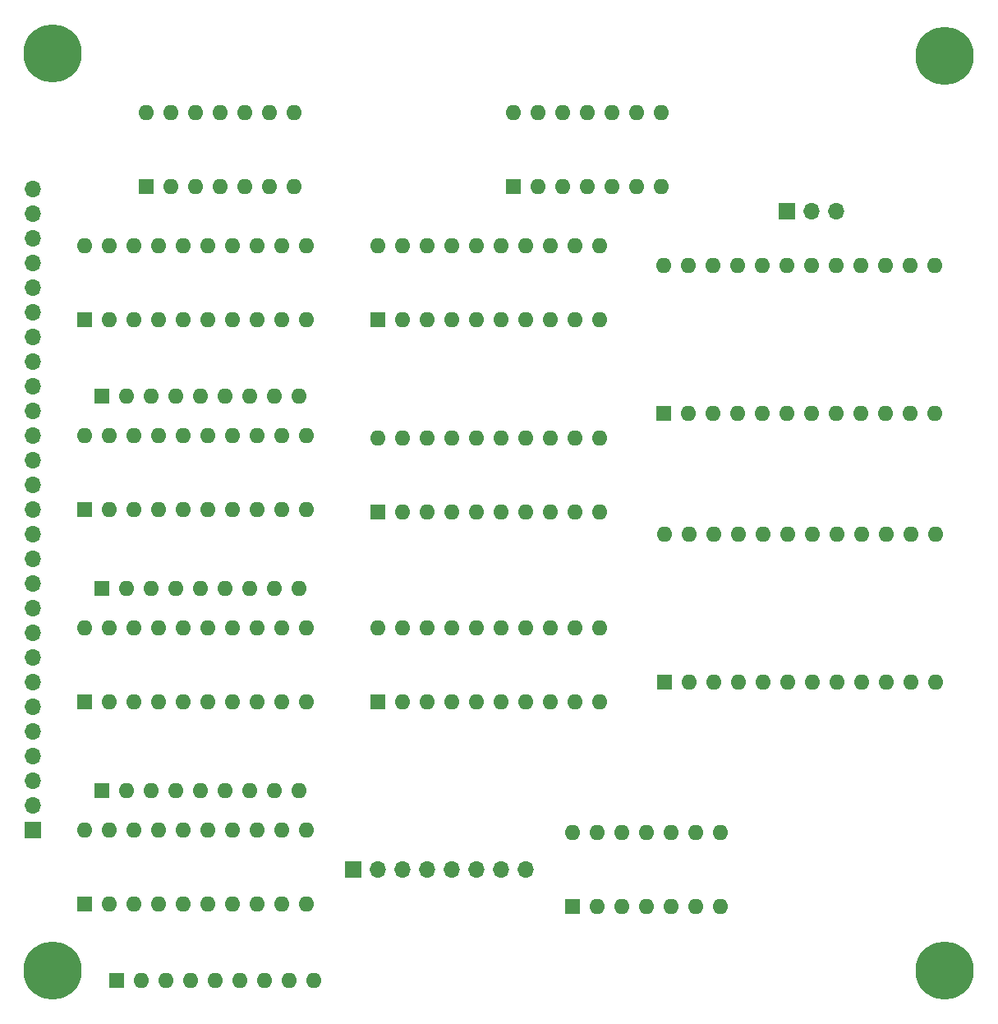
<source format=gbr>
%TF.GenerationSoftware,KiCad,Pcbnew,(5.1.10-1-10_14)*%
%TF.CreationDate,2021-07-31T09:22:51-04:00*%
%TF.ProjectId,register-smd,72656769-7374-4657-922d-736d642e6b69,rev?*%
%TF.SameCoordinates,Original*%
%TF.FileFunction,Soldermask,Bot*%
%TF.FilePolarity,Negative*%
%FSLAX46Y46*%
G04 Gerber Fmt 4.6, Leading zero omitted, Abs format (unit mm)*
G04 Created by KiCad (PCBNEW (5.1.10-1-10_14)) date 2021-07-31 09:22:51*
%MOMM*%
%LPD*%
G01*
G04 APERTURE LIST*
%ADD10O,1.600000X1.600000*%
%ADD11R,1.600000X1.600000*%
%ADD12O,1.700000X1.700000*%
%ADD13R,1.700000X1.700000*%
%ADD14C,0.800000*%
%ADD15C,6.000000*%
G04 APERTURE END LIST*
D10*
%TO.C,RN2*%
X104394000Y-120396000D03*
X101854000Y-120396000D03*
X99314000Y-120396000D03*
X96774000Y-120396000D03*
X94234000Y-120396000D03*
X91694000Y-120396000D03*
X89154000Y-120396000D03*
X86614000Y-120396000D03*
D11*
X84074000Y-120396000D03*
%TD*%
D10*
%TO.C,RN3*%
X104394000Y-140208000D03*
X101854000Y-140208000D03*
X99314000Y-140208000D03*
X96774000Y-140208000D03*
X94234000Y-140208000D03*
X91694000Y-140208000D03*
X89154000Y-140208000D03*
X86614000Y-140208000D03*
D11*
X84074000Y-140208000D03*
%TD*%
D10*
%TO.C,RN4*%
X104394000Y-161036000D03*
X101854000Y-161036000D03*
X99314000Y-161036000D03*
X96774000Y-161036000D03*
X94234000Y-161036000D03*
X91694000Y-161036000D03*
X89154000Y-161036000D03*
X86614000Y-161036000D03*
D11*
X84074000Y-161036000D03*
%TD*%
D10*
%TO.C,RN1*%
X105918000Y-180594000D03*
X103378000Y-180594000D03*
X100838000Y-180594000D03*
X98298000Y-180594000D03*
X95758000Y-180594000D03*
X93218000Y-180594000D03*
X90678000Y-180594000D03*
X88138000Y-180594000D03*
D11*
X85598000Y-180594000D03*
%TD*%
D12*
%TO.C,J2*%
X127762000Y-169164000D03*
X125222000Y-169164000D03*
X122682000Y-169164000D03*
X120142000Y-169164000D03*
X117602000Y-169164000D03*
X115062000Y-169164000D03*
X112522000Y-169164000D03*
D13*
X109982000Y-169164000D03*
%TD*%
D14*
%TO.C,REF\u002A\u002A*%
X172532990Y-177987010D03*
X170942000Y-177328000D03*
X169351010Y-177987010D03*
X168692000Y-179578000D03*
X169351010Y-181168990D03*
X170942000Y-181828000D03*
X172532990Y-181168990D03*
X173192000Y-179578000D03*
D15*
X170942000Y-179578000D03*
%TD*%
%TO.C,REF\u002A\u002A*%
X170942000Y-85344000D03*
D14*
X173192000Y-85344000D03*
X172532990Y-86934990D03*
X170942000Y-87594000D03*
X169351010Y-86934990D03*
X168692000Y-85344000D03*
X169351010Y-83753010D03*
X170942000Y-83094000D03*
X172532990Y-83753010D03*
%TD*%
D15*
%TO.C,REF\u002A\u002A*%
X78994000Y-179578000D03*
D14*
X81244000Y-179578000D03*
X80584990Y-181168990D03*
X78994000Y-181828000D03*
X77403010Y-181168990D03*
X76744000Y-179578000D03*
X77403010Y-177987010D03*
X78994000Y-177328000D03*
X80584990Y-177987010D03*
%TD*%
%TO.C,REF\u002A\u002A*%
X80584990Y-83499010D03*
X78994000Y-82840000D03*
X77403010Y-83499010D03*
X76744000Y-85090000D03*
X77403010Y-86680990D03*
X78994000Y-87340000D03*
X80584990Y-86680990D03*
X81244000Y-85090000D03*
D15*
X78994000Y-85090000D03*
%TD*%
D10*
%TO.C,U2*%
X88646000Y-91186000D03*
X103886000Y-98806000D03*
X91186000Y-91186000D03*
X101346000Y-98806000D03*
X93726000Y-91186000D03*
X98806000Y-98806000D03*
X96266000Y-91186000D03*
X96266000Y-98806000D03*
X98806000Y-91186000D03*
X93726000Y-98806000D03*
X101346000Y-91186000D03*
X91186000Y-98806000D03*
X103886000Y-91186000D03*
D11*
X88646000Y-98806000D03*
%TD*%
D10*
%TO.C,U1*%
X126492000Y-91186000D03*
X141732000Y-98806000D03*
X129032000Y-91186000D03*
X139192000Y-98806000D03*
X131572000Y-91186000D03*
X136652000Y-98806000D03*
X134112000Y-91186000D03*
X134112000Y-98806000D03*
X136652000Y-91186000D03*
X131572000Y-98806000D03*
X139192000Y-91186000D03*
X129032000Y-98806000D03*
X141732000Y-91186000D03*
D11*
X126492000Y-98806000D03*
%TD*%
D10*
%TO.C,U8*%
X82296000Y-144272000D03*
X105156000Y-151892000D03*
X84836000Y-144272000D03*
X102616000Y-151892000D03*
X87376000Y-144272000D03*
X100076000Y-151892000D03*
X89916000Y-144272000D03*
X97536000Y-151892000D03*
X92456000Y-144272000D03*
X94996000Y-151892000D03*
X94996000Y-144272000D03*
X92456000Y-151892000D03*
X97536000Y-144272000D03*
X89916000Y-151892000D03*
X100076000Y-144272000D03*
X87376000Y-151892000D03*
X102616000Y-144272000D03*
X84836000Y-151892000D03*
X105156000Y-144272000D03*
D11*
X82296000Y-151892000D03*
%TD*%
D10*
%TO.C,U7*%
X82296000Y-124460000D03*
X105156000Y-132080000D03*
X84836000Y-124460000D03*
X102616000Y-132080000D03*
X87376000Y-124460000D03*
X100076000Y-132080000D03*
X89916000Y-124460000D03*
X97536000Y-132080000D03*
X92456000Y-124460000D03*
X94996000Y-132080000D03*
X94996000Y-124460000D03*
X92456000Y-132080000D03*
X97536000Y-124460000D03*
X89916000Y-132080000D03*
X100076000Y-124460000D03*
X87376000Y-132080000D03*
X102616000Y-124460000D03*
X84836000Y-132080000D03*
X105156000Y-124460000D03*
D11*
X82296000Y-132080000D03*
%TD*%
D10*
%TO.C,U6*%
X82296000Y-104902000D03*
X105156000Y-112522000D03*
X84836000Y-104902000D03*
X102616000Y-112522000D03*
X87376000Y-104902000D03*
X100076000Y-112522000D03*
X89916000Y-104902000D03*
X97536000Y-112522000D03*
X92456000Y-104902000D03*
X94996000Y-112522000D03*
X94996000Y-104902000D03*
X92456000Y-112522000D03*
X97536000Y-104902000D03*
X89916000Y-112522000D03*
X100076000Y-104902000D03*
X87376000Y-112522000D03*
X102616000Y-104902000D03*
X84836000Y-112522000D03*
X105156000Y-104902000D03*
D11*
X82296000Y-112522000D03*
%TD*%
D10*
%TO.C,U5*%
X112522000Y-144272000D03*
X135382000Y-151892000D03*
X115062000Y-144272000D03*
X132842000Y-151892000D03*
X117602000Y-144272000D03*
X130302000Y-151892000D03*
X120142000Y-144272000D03*
X127762000Y-151892000D03*
X122682000Y-144272000D03*
X125222000Y-151892000D03*
X125222000Y-144272000D03*
X122682000Y-151892000D03*
X127762000Y-144272000D03*
X120142000Y-151892000D03*
X130302000Y-144272000D03*
X117602000Y-151892000D03*
X132842000Y-144272000D03*
X115062000Y-151892000D03*
X135382000Y-144272000D03*
D11*
X112522000Y-151892000D03*
%TD*%
D10*
%TO.C,U4*%
X112522000Y-124714000D03*
X135382000Y-132334000D03*
X115062000Y-124714000D03*
X132842000Y-132334000D03*
X117602000Y-124714000D03*
X130302000Y-132334000D03*
X120142000Y-124714000D03*
X127762000Y-132334000D03*
X122682000Y-124714000D03*
X125222000Y-132334000D03*
X125222000Y-124714000D03*
X122682000Y-132334000D03*
X127762000Y-124714000D03*
X120142000Y-132334000D03*
X130302000Y-124714000D03*
X117602000Y-132334000D03*
X132842000Y-124714000D03*
X115062000Y-132334000D03*
X135382000Y-124714000D03*
D11*
X112522000Y-132334000D03*
%TD*%
D10*
%TO.C,U3*%
X112522000Y-104902000D03*
X135382000Y-112522000D03*
X115062000Y-104902000D03*
X132842000Y-112522000D03*
X117602000Y-104902000D03*
X130302000Y-112522000D03*
X120142000Y-104902000D03*
X127762000Y-112522000D03*
X122682000Y-104902000D03*
X125222000Y-112522000D03*
X125222000Y-104902000D03*
X122682000Y-112522000D03*
X127762000Y-104902000D03*
X120142000Y-112522000D03*
X130302000Y-104902000D03*
X117602000Y-112522000D03*
X132842000Y-104902000D03*
X115062000Y-112522000D03*
X135382000Y-104902000D03*
D11*
X112522000Y-112522000D03*
%TD*%
D10*
%TO.C,U13*%
X82296000Y-165100000D03*
X105156000Y-172720000D03*
X84836000Y-165100000D03*
X102616000Y-172720000D03*
X87376000Y-165100000D03*
X100076000Y-172720000D03*
X89916000Y-165100000D03*
X97536000Y-172720000D03*
X92456000Y-165100000D03*
X94996000Y-172720000D03*
X94996000Y-165100000D03*
X92456000Y-172720000D03*
X97536000Y-165100000D03*
X89916000Y-172720000D03*
X100076000Y-165100000D03*
X87376000Y-172720000D03*
X102616000Y-165100000D03*
X84836000Y-172720000D03*
X105156000Y-165100000D03*
D11*
X82296000Y-172720000D03*
%TD*%
D10*
%TO.C,U10*%
X142038000Y-134620000D03*
X169978000Y-149860000D03*
X144578000Y-134620000D03*
X167438000Y-149860000D03*
X147118000Y-134620000D03*
X164898000Y-149860000D03*
X149658000Y-134620000D03*
X162358000Y-149860000D03*
X152198000Y-134620000D03*
X159818000Y-149860000D03*
X154738000Y-134620000D03*
X157278000Y-149860000D03*
X157278000Y-134620000D03*
X154738000Y-149860000D03*
X159818000Y-134620000D03*
X152198000Y-149860000D03*
X162358000Y-134620000D03*
X149658000Y-149860000D03*
X164898000Y-134620000D03*
X147118000Y-149860000D03*
X167438000Y-134620000D03*
X144578000Y-149860000D03*
X169978000Y-134620000D03*
D11*
X142038000Y-149860000D03*
%TD*%
D10*
%TO.C,U9*%
X141986000Y-106934000D03*
X169926000Y-122174000D03*
X144526000Y-106934000D03*
X167386000Y-122174000D03*
X147066000Y-106934000D03*
X164846000Y-122174000D03*
X149606000Y-106934000D03*
X162306000Y-122174000D03*
X152146000Y-106934000D03*
X159766000Y-122174000D03*
X154686000Y-106934000D03*
X157226000Y-122174000D03*
X157226000Y-106934000D03*
X154686000Y-122174000D03*
X159766000Y-106934000D03*
X152146000Y-122174000D03*
X162306000Y-106934000D03*
X149606000Y-122174000D03*
X164846000Y-106934000D03*
X147066000Y-122174000D03*
X167386000Y-106934000D03*
X144526000Y-122174000D03*
X169926000Y-106934000D03*
D11*
X141986000Y-122174000D03*
%TD*%
D10*
%TO.C,U12*%
X132588000Y-165354000D03*
X147828000Y-172974000D03*
X135128000Y-165354000D03*
X145288000Y-172974000D03*
X137668000Y-165354000D03*
X142748000Y-172974000D03*
X140208000Y-165354000D03*
X140208000Y-172974000D03*
X142748000Y-165354000D03*
X137668000Y-172974000D03*
X145288000Y-165354000D03*
X135128000Y-172974000D03*
X147828000Y-165354000D03*
D11*
X132588000Y-172974000D03*
%TD*%
D12*
%TO.C,J3*%
X159766000Y-101346000D03*
X157226000Y-101346000D03*
D13*
X154686000Y-101346000D03*
%TD*%
D12*
%TO.C,J1*%
X76962000Y-99060000D03*
X76962000Y-101600000D03*
X76962000Y-104140000D03*
X76962000Y-106680000D03*
X76962000Y-109220000D03*
X76962000Y-111760000D03*
X76962000Y-114300000D03*
X76962000Y-116840000D03*
X76962000Y-119380000D03*
X76962000Y-121920000D03*
X76962000Y-124460000D03*
X76962000Y-127000000D03*
X76962000Y-129540000D03*
X76962000Y-132080000D03*
X76962000Y-134620000D03*
X76962000Y-137160000D03*
X76962000Y-139700000D03*
X76962000Y-142240000D03*
X76962000Y-144780000D03*
X76962000Y-147320000D03*
X76962000Y-149860000D03*
X76962000Y-152400000D03*
X76962000Y-154940000D03*
X76962000Y-157480000D03*
X76962000Y-160020000D03*
X76962000Y-162560000D03*
D13*
X76962000Y-165100000D03*
%TD*%
M02*

</source>
